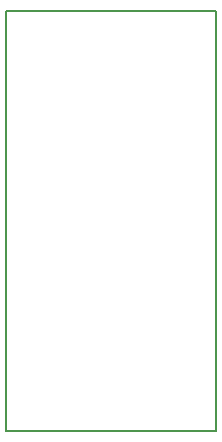
<source format=gbr>
%TF.GenerationSoftware,KiCad,Pcbnew,(6.0.8)*%
%TF.CreationDate,2022-10-28T11:52:04-04:00*%
%TF.ProjectId,HP3457A_NVSRAM_MOD,48503334-3537-4415-9f4e-565352414d5f,rev?*%
%TF.SameCoordinates,Original*%
%TF.FileFunction,Profile,NP*%
%FSLAX46Y46*%
G04 Gerber Fmt 4.6, Leading zero omitted, Abs format (unit mm)*
G04 Created by KiCad (PCBNEW (6.0.8)) date 2022-10-28 11:52:04*
%MOMM*%
%LPD*%
G01*
G04 APERTURE LIST*
%TA.AperFunction,Profile*%
%ADD10C,0.127000*%
%TD*%
G04 APERTURE END LIST*
D10*
X110490000Y-92710000D02*
X110490000Y-57150000D01*
X128270000Y-92710000D02*
X110490000Y-92710000D01*
X128270000Y-57150000D02*
X128270000Y-92710000D01*
X110490000Y-57150000D02*
X128270000Y-57150000D01*
M02*

</source>
